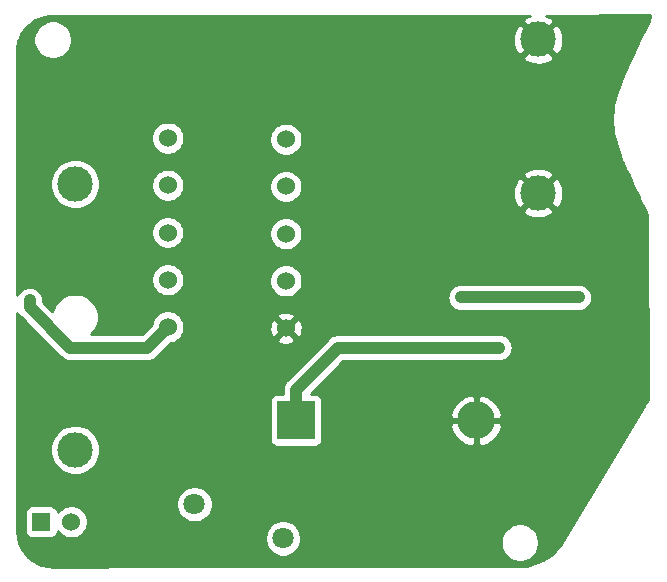
<source format=gbr>
G04 #@! TF.GenerationSoftware,KiCad,Pcbnew,(5.1.2-1)-1*
G04 #@! TF.CreationDate,2019-07-25T11:00:41+03:00*
G04 #@! TF.ProjectId,220_to_5v_charger,3232305f-746f-45f3-9576-5f6368617267,rev?*
G04 #@! TF.SameCoordinates,Original*
G04 #@! TF.FileFunction,Copper,L2,Bot*
G04 #@! TF.FilePolarity,Positive*
%FSLAX46Y46*%
G04 Gerber Fmt 4.6, Leading zero omitted, Abs format (unit mm)*
G04 Created by KiCad (PCBNEW (5.1.2-1)-1) date 2019-07-25 11:00:41*
%MOMM*%
%LPD*%
G04 APERTURE LIST*
%ADD10C,1.524000*%
%ADD11C,3.000000*%
%ADD12O,3.200000X3.200000*%
%ADD13R,3.200000X3.200000*%
%ADD14C,1.800000*%
%ADD15R,1.524000X1.524000*%
%ADD16C,0.800000*%
%ADD17C,1.000000*%
%ADD18C,0.254000*%
G04 APERTURE END LIST*
D10*
X99450000Y-97100000D03*
X99450000Y-93100000D03*
X99450000Y-89100000D03*
X99450000Y-85100000D03*
X99450000Y-81100000D03*
X89450000Y-81000000D03*
X89450000Y-85000000D03*
X89450000Y-89000000D03*
X89450000Y-93000000D03*
X89450000Y-97000000D03*
D11*
X120800000Y-85650000D03*
X120800000Y-72650000D03*
D12*
X115540000Y-104900000D03*
D13*
X100300000Y-104900000D03*
D11*
X81600000Y-107400000D03*
X81600000Y-84900000D03*
D14*
X99200000Y-114900000D03*
X91700000Y-112000000D03*
D15*
X78730000Y-113500000D03*
D10*
X81270000Y-113500000D03*
D16*
X100000000Y-78500000D03*
X101500000Y-77000000D03*
X111500000Y-77500000D03*
X109000000Y-79250000D03*
X116000000Y-110250000D03*
X116000000Y-113750000D03*
X117000000Y-112000000D03*
X107500000Y-94750000D03*
X107500000Y-101250000D03*
X114500000Y-96000000D03*
X103000000Y-83250000D03*
X111750000Y-83250000D03*
X102000000Y-116500000D03*
X104250000Y-116500000D03*
X106000000Y-116500000D03*
X108250000Y-116500000D03*
X110500000Y-116500000D03*
X113000000Y-116500000D03*
X115250000Y-116500000D03*
X117500000Y-116500000D03*
X124750000Y-71250000D03*
X127000000Y-71250000D03*
X129000000Y-71250000D03*
X128250000Y-73500000D03*
X127000000Y-76000000D03*
X126500000Y-78750000D03*
X126750000Y-81250000D03*
X127250000Y-83750000D03*
X127750000Y-85250000D03*
X128750000Y-87000000D03*
X129500000Y-88750000D03*
X114250000Y-94500000D03*
X124250000Y-94500000D03*
X117500000Y-98750000D03*
X77750000Y-94750000D03*
D17*
X114250000Y-94500000D02*
X124250000Y-94500000D01*
X103850000Y-98750000D02*
X100300000Y-102300000D01*
X100300000Y-102300000D02*
X100300000Y-104900000D01*
X117500000Y-98750000D02*
X103850000Y-98750000D01*
X77750000Y-95315685D02*
X81184315Y-98750000D01*
X77750000Y-94750000D02*
X77750000Y-95315685D01*
X87700000Y-98750000D02*
X89450000Y-97000000D01*
X81184315Y-98750000D02*
X87700000Y-98750000D01*
D18*
G36*
X130164238Y-71052673D02*
G01*
X130095759Y-71223871D01*
X129910037Y-71641746D01*
X129278009Y-72857185D01*
X129269096Y-72872470D01*
X129261922Y-72888123D01*
X129253986Y-72903384D01*
X129247407Y-72919792D01*
X128719098Y-74072467D01*
X128719096Y-74072470D01*
X128159356Y-75293722D01*
X128148930Y-75314652D01*
X128144829Y-75325416D01*
X128140033Y-75335881D01*
X128132426Y-75357975D01*
X127743585Y-76378682D01*
X127737464Y-76392392D01*
X127731175Y-76411258D01*
X127724098Y-76429836D01*
X127720155Y-76444319D01*
X127431752Y-77309529D01*
X127425237Y-77326369D01*
X127420730Y-77342593D01*
X127415406Y-77358566D01*
X127411402Y-77376174D01*
X127173142Y-78233913D01*
X127158556Y-78274232D01*
X127149229Y-78335629D01*
X127138549Y-78396829D01*
X127139560Y-78439697D01*
X127094526Y-79295351D01*
X127093925Y-79297786D01*
X127090851Y-79365173D01*
X127089149Y-79397513D01*
X127089262Y-79400000D01*
X127089149Y-79402487D01*
X127090851Y-79434827D01*
X127093925Y-79502214D01*
X127094526Y-79504649D01*
X127139753Y-80363957D01*
X127139134Y-80410485D01*
X127149775Y-80467962D01*
X127158556Y-80525768D01*
X127174387Y-80569530D01*
X127803747Y-82748084D01*
X127806351Y-82766852D01*
X127823112Y-82815119D01*
X127827573Y-82830560D01*
X127834557Y-82848077D01*
X127840734Y-82865864D01*
X127847458Y-82880432D01*
X127866391Y-82927918D01*
X127876714Y-82943821D01*
X128145392Y-83525955D01*
X128149360Y-83536326D01*
X128159993Y-83557593D01*
X128169965Y-83579198D01*
X128175588Y-83588782D01*
X128455631Y-84148871D01*
X128739441Y-84811093D01*
X128744437Y-84824869D01*
X128753172Y-84843134D01*
X128761146Y-84861739D01*
X128768209Y-84874574D01*
X129299436Y-85985321D01*
X129466312Y-86402510D01*
X129467096Y-86406473D01*
X129492266Y-86467395D01*
X129503735Y-86496069D01*
X129505583Y-86499631D01*
X129507117Y-86503343D01*
X129521663Y-86530617D01*
X129552012Y-86589100D01*
X129554535Y-86592252D01*
X129911537Y-87261629D01*
X130040476Y-87551742D01*
X130089637Y-103135875D01*
X130059103Y-103227475D01*
X129774180Y-103634508D01*
X129759390Y-103654403D01*
X129754154Y-103663117D01*
X129748345Y-103671415D01*
X129736232Y-103692940D01*
X123205372Y-114561093D01*
X123200852Y-114567460D01*
X123187410Y-114590983D01*
X123173463Y-114614193D01*
X123170118Y-114621244D01*
X122995682Y-114926508D01*
X122724615Y-115333109D01*
X122230901Y-115961474D01*
X121861344Y-116289970D01*
X121174040Y-116762492D01*
X120574621Y-116976571D01*
X119867047Y-117197688D01*
X119274687Y-117240000D01*
X89132987Y-117240000D01*
X89131119Y-117239826D01*
X89098233Y-117240000D01*
X89065123Y-117240000D01*
X89063243Y-117240185D01*
X79687446Y-117289792D01*
X79313873Y-117248284D01*
X78720924Y-117121224D01*
X78353080Y-116957737D01*
X77948989Y-116755692D01*
X77635331Y-116481240D01*
X77313850Y-116159759D01*
X77079629Y-115769392D01*
X76875814Y-115321001D01*
X76751979Y-114784382D01*
X76710000Y-114364590D01*
X76710000Y-112738000D01*
X77329928Y-112738000D01*
X77329928Y-114262000D01*
X77342188Y-114386482D01*
X77378498Y-114506180D01*
X77437463Y-114616494D01*
X77516815Y-114713185D01*
X77613506Y-114792537D01*
X77723820Y-114851502D01*
X77843518Y-114887812D01*
X77968000Y-114900072D01*
X79492000Y-114900072D01*
X79616482Y-114887812D01*
X79736180Y-114851502D01*
X79846494Y-114792537D01*
X79943185Y-114713185D01*
X80022537Y-114616494D01*
X80081502Y-114506180D01*
X80117812Y-114386482D01*
X80126080Y-114302535D01*
X80184880Y-114390535D01*
X80379465Y-114585120D01*
X80608273Y-114738005D01*
X80862510Y-114843314D01*
X81132408Y-114897000D01*
X81407592Y-114897000D01*
X81677490Y-114843314D01*
X81905627Y-114748816D01*
X97665000Y-114748816D01*
X97665000Y-115051184D01*
X97723989Y-115347743D01*
X97839701Y-115627095D01*
X98007688Y-115878505D01*
X98221495Y-116092312D01*
X98472905Y-116260299D01*
X98752257Y-116376011D01*
X99048816Y-116435000D01*
X99351184Y-116435000D01*
X99647743Y-116376011D01*
X99927095Y-116260299D01*
X100178505Y-116092312D01*
X100392312Y-115878505D01*
X100560299Y-115627095D01*
X100676011Y-115347743D01*
X100727484Y-115088967D01*
X117615000Y-115088967D01*
X117615000Y-115411033D01*
X117677832Y-115726912D01*
X117801082Y-116024463D01*
X117980013Y-116292252D01*
X118207748Y-116519987D01*
X118475537Y-116698918D01*
X118773088Y-116822168D01*
X119088967Y-116885000D01*
X119411033Y-116885000D01*
X119726912Y-116822168D01*
X120024463Y-116698918D01*
X120292252Y-116519987D01*
X120519987Y-116292252D01*
X120698918Y-116024463D01*
X120822168Y-115726912D01*
X120885000Y-115411033D01*
X120885000Y-115088967D01*
X120822168Y-114773088D01*
X120698918Y-114475537D01*
X120519987Y-114207748D01*
X120292252Y-113980013D01*
X120024463Y-113801082D01*
X119726912Y-113677832D01*
X119411033Y-113615000D01*
X119088967Y-113615000D01*
X118773088Y-113677832D01*
X118475537Y-113801082D01*
X118207748Y-113980013D01*
X117980013Y-114207748D01*
X117801082Y-114475537D01*
X117677832Y-114773088D01*
X117615000Y-115088967D01*
X100727484Y-115088967D01*
X100735000Y-115051184D01*
X100735000Y-114748816D01*
X100676011Y-114452257D01*
X100560299Y-114172905D01*
X100392312Y-113921495D01*
X100178505Y-113707688D01*
X99927095Y-113539701D01*
X99647743Y-113423989D01*
X99351184Y-113365000D01*
X99048816Y-113365000D01*
X98752257Y-113423989D01*
X98472905Y-113539701D01*
X98221495Y-113707688D01*
X98007688Y-113921495D01*
X97839701Y-114172905D01*
X97723989Y-114452257D01*
X97665000Y-114748816D01*
X81905627Y-114748816D01*
X81931727Y-114738005D01*
X82160535Y-114585120D01*
X82355120Y-114390535D01*
X82508005Y-114161727D01*
X82613314Y-113907490D01*
X82667000Y-113637592D01*
X82667000Y-113362408D01*
X82613314Y-113092510D01*
X82508005Y-112838273D01*
X82355120Y-112609465D01*
X82160535Y-112414880D01*
X81931727Y-112261995D01*
X81677490Y-112156686D01*
X81407592Y-112103000D01*
X81132408Y-112103000D01*
X80862510Y-112156686D01*
X80608273Y-112261995D01*
X80379465Y-112414880D01*
X80184880Y-112609465D01*
X80126080Y-112697465D01*
X80117812Y-112613518D01*
X80081502Y-112493820D01*
X80022537Y-112383506D01*
X79943185Y-112286815D01*
X79846494Y-112207463D01*
X79736180Y-112148498D01*
X79616482Y-112112188D01*
X79492000Y-112099928D01*
X77968000Y-112099928D01*
X77843518Y-112112188D01*
X77723820Y-112148498D01*
X77613506Y-112207463D01*
X77516815Y-112286815D01*
X77437463Y-112383506D01*
X77378498Y-112493820D01*
X77342188Y-112613518D01*
X77329928Y-112738000D01*
X76710000Y-112738000D01*
X76710000Y-111848816D01*
X90165000Y-111848816D01*
X90165000Y-112151184D01*
X90223989Y-112447743D01*
X90339701Y-112727095D01*
X90507688Y-112978505D01*
X90721495Y-113192312D01*
X90972905Y-113360299D01*
X91252257Y-113476011D01*
X91548816Y-113535000D01*
X91851184Y-113535000D01*
X92147743Y-113476011D01*
X92427095Y-113360299D01*
X92678505Y-113192312D01*
X92892312Y-112978505D01*
X93060299Y-112727095D01*
X93176011Y-112447743D01*
X93235000Y-112151184D01*
X93235000Y-111848816D01*
X93176011Y-111552257D01*
X93060299Y-111272905D01*
X92892312Y-111021495D01*
X92678505Y-110807688D01*
X92427095Y-110639701D01*
X92147743Y-110523989D01*
X91851184Y-110465000D01*
X91548816Y-110465000D01*
X91252257Y-110523989D01*
X90972905Y-110639701D01*
X90721495Y-110807688D01*
X90507688Y-111021495D01*
X90339701Y-111272905D01*
X90223989Y-111552257D01*
X90165000Y-111848816D01*
X76710000Y-111848816D01*
X76710000Y-107189721D01*
X79465000Y-107189721D01*
X79465000Y-107610279D01*
X79547047Y-108022756D01*
X79707988Y-108411302D01*
X79941637Y-108760983D01*
X80239017Y-109058363D01*
X80588698Y-109292012D01*
X80977244Y-109452953D01*
X81389721Y-109535000D01*
X81810279Y-109535000D01*
X82222756Y-109452953D01*
X82611302Y-109292012D01*
X82960983Y-109058363D01*
X83258363Y-108760983D01*
X83492012Y-108411302D01*
X83652953Y-108022756D01*
X83735000Y-107610279D01*
X83735000Y-107189721D01*
X83652953Y-106777244D01*
X83492012Y-106388698D01*
X83258363Y-106039017D01*
X82960983Y-105741637D01*
X82611302Y-105507988D01*
X82222756Y-105347047D01*
X81810279Y-105265000D01*
X81389721Y-105265000D01*
X80977244Y-105347047D01*
X80588698Y-105507988D01*
X80239017Y-105741637D01*
X79941637Y-106039017D01*
X79707988Y-106388698D01*
X79547047Y-106777244D01*
X79465000Y-107189721D01*
X76710000Y-107189721D01*
X76710000Y-103300000D01*
X98061928Y-103300000D01*
X98061928Y-106500000D01*
X98074188Y-106624482D01*
X98110498Y-106744180D01*
X98169463Y-106854494D01*
X98248815Y-106951185D01*
X98345506Y-107030537D01*
X98455820Y-107089502D01*
X98575518Y-107125812D01*
X98700000Y-107138072D01*
X101900000Y-107138072D01*
X102024482Y-107125812D01*
X102144180Y-107089502D01*
X102254494Y-107030537D01*
X102351185Y-106951185D01*
X102430537Y-106854494D01*
X102489502Y-106744180D01*
X102525812Y-106624482D01*
X102538072Y-106500000D01*
X102538072Y-105374503D01*
X113355950Y-105374503D01*
X113460407Y-105718861D01*
X113660118Y-106108835D01*
X113932071Y-106452354D01*
X114265816Y-106736217D01*
X114648527Y-106949516D01*
X115065497Y-107084053D01*
X115413000Y-106972642D01*
X115413000Y-105027000D01*
X115667000Y-105027000D01*
X115667000Y-106972642D01*
X116014503Y-107084053D01*
X116431473Y-106949516D01*
X116814184Y-106736217D01*
X117147929Y-106452354D01*
X117419882Y-106108835D01*
X117619593Y-105718861D01*
X117724050Y-105374503D01*
X117612362Y-105027000D01*
X115667000Y-105027000D01*
X115413000Y-105027000D01*
X113467638Y-105027000D01*
X113355950Y-105374503D01*
X102538072Y-105374503D01*
X102538072Y-104425497D01*
X113355950Y-104425497D01*
X113467638Y-104773000D01*
X115413000Y-104773000D01*
X115413000Y-102827358D01*
X115667000Y-102827358D01*
X115667000Y-104773000D01*
X117612362Y-104773000D01*
X117724050Y-104425497D01*
X117619593Y-104081139D01*
X117419882Y-103691165D01*
X117147929Y-103347646D01*
X116814184Y-103063783D01*
X116431473Y-102850484D01*
X116014503Y-102715947D01*
X115667000Y-102827358D01*
X115413000Y-102827358D01*
X115065497Y-102715947D01*
X114648527Y-102850484D01*
X114265816Y-103063783D01*
X113932071Y-103347646D01*
X113660118Y-103691165D01*
X113460407Y-104081139D01*
X113355950Y-104425497D01*
X102538072Y-104425497D01*
X102538072Y-103300000D01*
X102525812Y-103175518D01*
X102489502Y-103055820D01*
X102430537Y-102945506D01*
X102351185Y-102848815D01*
X102254494Y-102769463D01*
X102144180Y-102710498D01*
X102024482Y-102674188D01*
X101900000Y-102661928D01*
X101543203Y-102661928D01*
X104320132Y-99885000D01*
X117555752Y-99885000D01*
X117722499Y-99868577D01*
X117936447Y-99803676D01*
X118133623Y-99698284D01*
X118306449Y-99556449D01*
X118448284Y-99383623D01*
X118553676Y-99186447D01*
X118618577Y-98972499D01*
X118640491Y-98750000D01*
X118618577Y-98527501D01*
X118553676Y-98313553D01*
X118448284Y-98116377D01*
X118306449Y-97943551D01*
X118133623Y-97801716D01*
X117936447Y-97696324D01*
X117722499Y-97631423D01*
X117555752Y-97615000D01*
X103905751Y-97615000D01*
X103849999Y-97609509D01*
X103627500Y-97631423D01*
X103577705Y-97646529D01*
X103413553Y-97696324D01*
X103216377Y-97801716D01*
X103043551Y-97943551D01*
X103008011Y-97986857D01*
X99536865Y-101458004D01*
X99493551Y-101493551D01*
X99351716Y-101666377D01*
X99246325Y-101863553D01*
X99246324Y-101863554D01*
X99181423Y-102077502D01*
X99159509Y-102300000D01*
X99165000Y-102355752D01*
X99165000Y-102661928D01*
X98700000Y-102661928D01*
X98575518Y-102674188D01*
X98455820Y-102710498D01*
X98345506Y-102769463D01*
X98248815Y-102848815D01*
X98169463Y-102945506D01*
X98110498Y-103055820D01*
X98074188Y-103175518D01*
X98061928Y-103300000D01*
X76710000Y-103300000D01*
X76710000Y-95777718D01*
X76801717Y-95949308D01*
X76943552Y-96122134D01*
X76986860Y-96157676D01*
X80342324Y-99513141D01*
X80377866Y-99556449D01*
X80512822Y-99667205D01*
X80550692Y-99698284D01*
X80747868Y-99803676D01*
X80961816Y-99868577D01*
X81184315Y-99890491D01*
X81240067Y-99885000D01*
X87644249Y-99885000D01*
X87700000Y-99890491D01*
X87755751Y-99885000D01*
X87755752Y-99885000D01*
X87922499Y-99868577D01*
X88136447Y-99803676D01*
X88333623Y-99698284D01*
X88506449Y-99556449D01*
X88541995Y-99513136D01*
X89675648Y-98379485D01*
X89857490Y-98343314D01*
X90111727Y-98238005D01*
X90340535Y-98085120D01*
X90360090Y-98065565D01*
X98664040Y-98065565D01*
X98731020Y-98305656D01*
X98980048Y-98422756D01*
X99247135Y-98489023D01*
X99522017Y-98501910D01*
X99794133Y-98460922D01*
X100053023Y-98367636D01*
X100168980Y-98305656D01*
X100235960Y-98065565D01*
X99450000Y-97279605D01*
X98664040Y-98065565D01*
X90360090Y-98065565D01*
X90535120Y-97890535D01*
X90688005Y-97661727D01*
X90793314Y-97407490D01*
X90840152Y-97172017D01*
X98048090Y-97172017D01*
X98089078Y-97444133D01*
X98182364Y-97703023D01*
X98244344Y-97818980D01*
X98484435Y-97885960D01*
X99270395Y-97100000D01*
X99629605Y-97100000D01*
X100415565Y-97885960D01*
X100655656Y-97818980D01*
X100772756Y-97569952D01*
X100839023Y-97302865D01*
X100851910Y-97027983D01*
X100810922Y-96755867D01*
X100717636Y-96496977D01*
X100655656Y-96381020D01*
X100415565Y-96314040D01*
X99629605Y-97100000D01*
X99270395Y-97100000D01*
X98484435Y-96314040D01*
X98244344Y-96381020D01*
X98127244Y-96630048D01*
X98060977Y-96897135D01*
X98048090Y-97172017D01*
X90840152Y-97172017D01*
X90847000Y-97137592D01*
X90847000Y-96862408D01*
X90793314Y-96592510D01*
X90688005Y-96338273D01*
X90551805Y-96134435D01*
X98664040Y-96134435D01*
X99450000Y-96920395D01*
X100235960Y-96134435D01*
X100168980Y-95894344D01*
X99919952Y-95777244D01*
X99652865Y-95710977D01*
X99377983Y-95698090D01*
X99105867Y-95739078D01*
X98846977Y-95832364D01*
X98731020Y-95894344D01*
X98664040Y-96134435D01*
X90551805Y-96134435D01*
X90535120Y-96109465D01*
X90340535Y-95914880D01*
X90111727Y-95761995D01*
X89857490Y-95656686D01*
X89587592Y-95603000D01*
X89312408Y-95603000D01*
X89042510Y-95656686D01*
X88788273Y-95761995D01*
X88559465Y-95914880D01*
X88364880Y-96109465D01*
X88211995Y-96338273D01*
X88106686Y-96592510D01*
X88070515Y-96774352D01*
X87229869Y-97615000D01*
X82942215Y-97615000D01*
X83141851Y-97415364D01*
X83359085Y-97090250D01*
X83508718Y-96729003D01*
X83585000Y-96345505D01*
X83585000Y-95954495D01*
X83508718Y-95570997D01*
X83359085Y-95209750D01*
X83141851Y-94884636D01*
X82865364Y-94608149D01*
X82703508Y-94500000D01*
X113109509Y-94500000D01*
X113131423Y-94722499D01*
X113196324Y-94936447D01*
X113301716Y-95133623D01*
X113443551Y-95306449D01*
X113616377Y-95448284D01*
X113813553Y-95553676D01*
X114027501Y-95618577D01*
X114194248Y-95635000D01*
X124305752Y-95635000D01*
X124472499Y-95618577D01*
X124686447Y-95553676D01*
X124883623Y-95448284D01*
X125056449Y-95306449D01*
X125198284Y-95133623D01*
X125303676Y-94936447D01*
X125368577Y-94722499D01*
X125390491Y-94500000D01*
X125368577Y-94277501D01*
X125303676Y-94063553D01*
X125198284Y-93866377D01*
X125056449Y-93693551D01*
X124883623Y-93551716D01*
X124686447Y-93446324D01*
X124472499Y-93381423D01*
X124305752Y-93365000D01*
X114194248Y-93365000D01*
X114027501Y-93381423D01*
X113813553Y-93446324D01*
X113616377Y-93551716D01*
X113443551Y-93693551D01*
X113301716Y-93866377D01*
X113196324Y-94063553D01*
X113131423Y-94277501D01*
X113109509Y-94500000D01*
X82703508Y-94500000D01*
X82540250Y-94390915D01*
X82179003Y-94241282D01*
X81795505Y-94165000D01*
X81404495Y-94165000D01*
X81020997Y-94241282D01*
X80659750Y-94390915D01*
X80334636Y-94608149D01*
X80058149Y-94884636D01*
X79840915Y-95209750D01*
X79691282Y-95570997D01*
X79677870Y-95638424D01*
X78885000Y-94845554D01*
X78885000Y-94694248D01*
X78868577Y-94527501D01*
X78803676Y-94313553D01*
X78698284Y-94116377D01*
X78556449Y-93943551D01*
X78383623Y-93801716D01*
X78186446Y-93696324D01*
X77972498Y-93631423D01*
X77750000Y-93609509D01*
X77527501Y-93631423D01*
X77313553Y-93696324D01*
X77116377Y-93801716D01*
X76943551Y-93943551D01*
X76801716Y-94116377D01*
X76710000Y-94287968D01*
X76710000Y-92862408D01*
X88053000Y-92862408D01*
X88053000Y-93137592D01*
X88106686Y-93407490D01*
X88211995Y-93661727D01*
X88364880Y-93890535D01*
X88559465Y-94085120D01*
X88788273Y-94238005D01*
X89042510Y-94343314D01*
X89312408Y-94397000D01*
X89587592Y-94397000D01*
X89857490Y-94343314D01*
X90111727Y-94238005D01*
X90340535Y-94085120D01*
X90535120Y-93890535D01*
X90688005Y-93661727D01*
X90793314Y-93407490D01*
X90847000Y-93137592D01*
X90847000Y-92962408D01*
X98053000Y-92962408D01*
X98053000Y-93237592D01*
X98106686Y-93507490D01*
X98211995Y-93761727D01*
X98364880Y-93990535D01*
X98559465Y-94185120D01*
X98788273Y-94338005D01*
X99042510Y-94443314D01*
X99312408Y-94497000D01*
X99587592Y-94497000D01*
X99857490Y-94443314D01*
X100111727Y-94338005D01*
X100340535Y-94185120D01*
X100535120Y-93990535D01*
X100688005Y-93761727D01*
X100793314Y-93507490D01*
X100847000Y-93237592D01*
X100847000Y-92962408D01*
X100793314Y-92692510D01*
X100688005Y-92438273D01*
X100535120Y-92209465D01*
X100340535Y-92014880D01*
X100111727Y-91861995D01*
X99857490Y-91756686D01*
X99587592Y-91703000D01*
X99312408Y-91703000D01*
X99042510Y-91756686D01*
X98788273Y-91861995D01*
X98559465Y-92014880D01*
X98364880Y-92209465D01*
X98211995Y-92438273D01*
X98106686Y-92692510D01*
X98053000Y-92962408D01*
X90847000Y-92962408D01*
X90847000Y-92862408D01*
X90793314Y-92592510D01*
X90688005Y-92338273D01*
X90535120Y-92109465D01*
X90340535Y-91914880D01*
X90111727Y-91761995D01*
X89857490Y-91656686D01*
X89587592Y-91603000D01*
X89312408Y-91603000D01*
X89042510Y-91656686D01*
X88788273Y-91761995D01*
X88559465Y-91914880D01*
X88364880Y-92109465D01*
X88211995Y-92338273D01*
X88106686Y-92592510D01*
X88053000Y-92862408D01*
X76710000Y-92862408D01*
X76710000Y-88862408D01*
X88053000Y-88862408D01*
X88053000Y-89137592D01*
X88106686Y-89407490D01*
X88211995Y-89661727D01*
X88364880Y-89890535D01*
X88559465Y-90085120D01*
X88788273Y-90238005D01*
X89042510Y-90343314D01*
X89312408Y-90397000D01*
X89587592Y-90397000D01*
X89857490Y-90343314D01*
X90111727Y-90238005D01*
X90340535Y-90085120D01*
X90535120Y-89890535D01*
X90688005Y-89661727D01*
X90793314Y-89407490D01*
X90847000Y-89137592D01*
X90847000Y-88962408D01*
X98053000Y-88962408D01*
X98053000Y-89237592D01*
X98106686Y-89507490D01*
X98211995Y-89761727D01*
X98364880Y-89990535D01*
X98559465Y-90185120D01*
X98788273Y-90338005D01*
X99042510Y-90443314D01*
X99312408Y-90497000D01*
X99587592Y-90497000D01*
X99857490Y-90443314D01*
X100111727Y-90338005D01*
X100340535Y-90185120D01*
X100535120Y-89990535D01*
X100688005Y-89761727D01*
X100793314Y-89507490D01*
X100847000Y-89237592D01*
X100847000Y-88962408D01*
X100793314Y-88692510D01*
X100688005Y-88438273D01*
X100535120Y-88209465D01*
X100340535Y-88014880D01*
X100111727Y-87861995D01*
X99857490Y-87756686D01*
X99587592Y-87703000D01*
X99312408Y-87703000D01*
X99042510Y-87756686D01*
X98788273Y-87861995D01*
X98559465Y-88014880D01*
X98364880Y-88209465D01*
X98211995Y-88438273D01*
X98106686Y-88692510D01*
X98053000Y-88962408D01*
X90847000Y-88962408D01*
X90847000Y-88862408D01*
X90793314Y-88592510D01*
X90688005Y-88338273D01*
X90535120Y-88109465D01*
X90340535Y-87914880D01*
X90111727Y-87761995D01*
X89857490Y-87656686D01*
X89587592Y-87603000D01*
X89312408Y-87603000D01*
X89042510Y-87656686D01*
X88788273Y-87761995D01*
X88559465Y-87914880D01*
X88364880Y-88109465D01*
X88211995Y-88338273D01*
X88106686Y-88592510D01*
X88053000Y-88862408D01*
X76710000Y-88862408D01*
X76710000Y-87141653D01*
X119487952Y-87141653D01*
X119643962Y-87457214D01*
X120018745Y-87648020D01*
X120423551Y-87762044D01*
X120842824Y-87794902D01*
X121260451Y-87745334D01*
X121660383Y-87615243D01*
X121956038Y-87457214D01*
X122112048Y-87141653D01*
X120800000Y-85829605D01*
X119487952Y-87141653D01*
X76710000Y-87141653D01*
X76710000Y-84689721D01*
X79465000Y-84689721D01*
X79465000Y-85110279D01*
X79547047Y-85522756D01*
X79707988Y-85911302D01*
X79941637Y-86260983D01*
X80239017Y-86558363D01*
X80588698Y-86792012D01*
X80977244Y-86952953D01*
X81389721Y-87035000D01*
X81810279Y-87035000D01*
X82222756Y-86952953D01*
X82611302Y-86792012D01*
X82960983Y-86558363D01*
X83258363Y-86260983D01*
X83492012Y-85911302D01*
X83652953Y-85522756D01*
X83735000Y-85110279D01*
X83735000Y-84862408D01*
X88053000Y-84862408D01*
X88053000Y-85137592D01*
X88106686Y-85407490D01*
X88211995Y-85661727D01*
X88364880Y-85890535D01*
X88559465Y-86085120D01*
X88788273Y-86238005D01*
X89042510Y-86343314D01*
X89312408Y-86397000D01*
X89587592Y-86397000D01*
X89857490Y-86343314D01*
X90111727Y-86238005D01*
X90340535Y-86085120D01*
X90535120Y-85890535D01*
X90688005Y-85661727D01*
X90793314Y-85407490D01*
X90847000Y-85137592D01*
X90847000Y-84962408D01*
X98053000Y-84962408D01*
X98053000Y-85237592D01*
X98106686Y-85507490D01*
X98211995Y-85761727D01*
X98364880Y-85990535D01*
X98559465Y-86185120D01*
X98788273Y-86338005D01*
X99042510Y-86443314D01*
X99312408Y-86497000D01*
X99587592Y-86497000D01*
X99857490Y-86443314D01*
X100111727Y-86338005D01*
X100340535Y-86185120D01*
X100535120Y-85990535D01*
X100688005Y-85761727D01*
X100716545Y-85692824D01*
X118655098Y-85692824D01*
X118704666Y-86110451D01*
X118834757Y-86510383D01*
X118992786Y-86806038D01*
X119308347Y-86962048D01*
X120620395Y-85650000D01*
X120979605Y-85650000D01*
X122291653Y-86962048D01*
X122607214Y-86806038D01*
X122798020Y-86431255D01*
X122912044Y-86026449D01*
X122944902Y-85607176D01*
X122895334Y-85189549D01*
X122765243Y-84789617D01*
X122607214Y-84493962D01*
X122291653Y-84337952D01*
X120979605Y-85650000D01*
X120620395Y-85650000D01*
X119308347Y-84337952D01*
X118992786Y-84493962D01*
X118801980Y-84868745D01*
X118687956Y-85273551D01*
X118655098Y-85692824D01*
X100716545Y-85692824D01*
X100793314Y-85507490D01*
X100847000Y-85237592D01*
X100847000Y-84962408D01*
X100793314Y-84692510D01*
X100688005Y-84438273D01*
X100535120Y-84209465D01*
X100484002Y-84158347D01*
X119487952Y-84158347D01*
X120800000Y-85470395D01*
X122112048Y-84158347D01*
X121956038Y-83842786D01*
X121581255Y-83651980D01*
X121176449Y-83537956D01*
X120757176Y-83505098D01*
X120339549Y-83554666D01*
X119939617Y-83684757D01*
X119643962Y-83842786D01*
X119487952Y-84158347D01*
X100484002Y-84158347D01*
X100340535Y-84014880D01*
X100111727Y-83861995D01*
X99857490Y-83756686D01*
X99587592Y-83703000D01*
X99312408Y-83703000D01*
X99042510Y-83756686D01*
X98788273Y-83861995D01*
X98559465Y-84014880D01*
X98364880Y-84209465D01*
X98211995Y-84438273D01*
X98106686Y-84692510D01*
X98053000Y-84962408D01*
X90847000Y-84962408D01*
X90847000Y-84862408D01*
X90793314Y-84592510D01*
X90688005Y-84338273D01*
X90535120Y-84109465D01*
X90340535Y-83914880D01*
X90111727Y-83761995D01*
X89857490Y-83656686D01*
X89587592Y-83603000D01*
X89312408Y-83603000D01*
X89042510Y-83656686D01*
X88788273Y-83761995D01*
X88559465Y-83914880D01*
X88364880Y-84109465D01*
X88211995Y-84338273D01*
X88106686Y-84592510D01*
X88053000Y-84862408D01*
X83735000Y-84862408D01*
X83735000Y-84689721D01*
X83652953Y-84277244D01*
X83492012Y-83888698D01*
X83258363Y-83539017D01*
X82960983Y-83241637D01*
X82611302Y-83007988D01*
X82222756Y-82847047D01*
X81810279Y-82765000D01*
X81389721Y-82765000D01*
X80977244Y-82847047D01*
X80588698Y-83007988D01*
X80239017Y-83241637D01*
X79941637Y-83539017D01*
X79707988Y-83888698D01*
X79547047Y-84277244D01*
X79465000Y-84689721D01*
X76710000Y-84689721D01*
X76710000Y-80862408D01*
X88053000Y-80862408D01*
X88053000Y-81137592D01*
X88106686Y-81407490D01*
X88211995Y-81661727D01*
X88364880Y-81890535D01*
X88559465Y-82085120D01*
X88788273Y-82238005D01*
X89042510Y-82343314D01*
X89312408Y-82397000D01*
X89587592Y-82397000D01*
X89857490Y-82343314D01*
X90111727Y-82238005D01*
X90340535Y-82085120D01*
X90535120Y-81890535D01*
X90688005Y-81661727D01*
X90793314Y-81407490D01*
X90847000Y-81137592D01*
X90847000Y-80962408D01*
X98053000Y-80962408D01*
X98053000Y-81237592D01*
X98106686Y-81507490D01*
X98211995Y-81761727D01*
X98364880Y-81990535D01*
X98559465Y-82185120D01*
X98788273Y-82338005D01*
X99042510Y-82443314D01*
X99312408Y-82497000D01*
X99587592Y-82497000D01*
X99857490Y-82443314D01*
X100111727Y-82338005D01*
X100340535Y-82185120D01*
X100535120Y-81990535D01*
X100688005Y-81761727D01*
X100793314Y-81507490D01*
X100847000Y-81237592D01*
X100847000Y-80962408D01*
X100793314Y-80692510D01*
X100688005Y-80438273D01*
X100535120Y-80209465D01*
X100340535Y-80014880D01*
X100111727Y-79861995D01*
X99857490Y-79756686D01*
X99587592Y-79703000D01*
X99312408Y-79703000D01*
X99042510Y-79756686D01*
X98788273Y-79861995D01*
X98559465Y-80014880D01*
X98364880Y-80209465D01*
X98211995Y-80438273D01*
X98106686Y-80692510D01*
X98053000Y-80962408D01*
X90847000Y-80962408D01*
X90847000Y-80862408D01*
X90793314Y-80592510D01*
X90688005Y-80338273D01*
X90535120Y-80109465D01*
X90340535Y-79914880D01*
X90111727Y-79761995D01*
X89857490Y-79656686D01*
X89587592Y-79603000D01*
X89312408Y-79603000D01*
X89042510Y-79656686D01*
X88788273Y-79761995D01*
X88559465Y-79914880D01*
X88364880Y-80109465D01*
X88211995Y-80338273D01*
X88106686Y-80592510D01*
X88053000Y-80862408D01*
X76710000Y-80862408D01*
X76710000Y-73444200D01*
X76792083Y-72787538D01*
X76909327Y-72513968D01*
X78065001Y-72513968D01*
X78065001Y-72836034D01*
X78127833Y-73151913D01*
X78251083Y-73449464D01*
X78430014Y-73717253D01*
X78657749Y-73944988D01*
X78925538Y-74123919D01*
X79223089Y-74247169D01*
X79538968Y-74310001D01*
X79861034Y-74310001D01*
X80176913Y-74247169D01*
X80431650Y-74141653D01*
X119487952Y-74141653D01*
X119643962Y-74457214D01*
X120018745Y-74648020D01*
X120423551Y-74762044D01*
X120842824Y-74794902D01*
X121260451Y-74745334D01*
X121660383Y-74615243D01*
X121956038Y-74457214D01*
X122112048Y-74141653D01*
X120800000Y-72829605D01*
X119487952Y-74141653D01*
X80431650Y-74141653D01*
X80474464Y-74123919D01*
X80742253Y-73944988D01*
X80969988Y-73717253D01*
X81148919Y-73449464D01*
X81272169Y-73151913D01*
X81335001Y-72836034D01*
X81335001Y-72692824D01*
X118655098Y-72692824D01*
X118704666Y-73110451D01*
X118834757Y-73510383D01*
X118992786Y-73806038D01*
X119308347Y-73962048D01*
X120620395Y-72650000D01*
X120979605Y-72650000D01*
X122291653Y-73962048D01*
X122607214Y-73806038D01*
X122798020Y-73431255D01*
X122912044Y-73026449D01*
X122944902Y-72607176D01*
X122895334Y-72189549D01*
X122765243Y-71789617D01*
X122607214Y-71493962D01*
X122291653Y-71337952D01*
X120979605Y-72650000D01*
X120620395Y-72650000D01*
X119308347Y-71337952D01*
X118992786Y-71493962D01*
X118801980Y-71868745D01*
X118687956Y-72273551D01*
X118655098Y-72692824D01*
X81335001Y-72692824D01*
X81335001Y-72513968D01*
X81272169Y-72198089D01*
X81148919Y-71900538D01*
X80969988Y-71632749D01*
X80742253Y-71405014D01*
X80474464Y-71226083D01*
X80176913Y-71102833D01*
X79861034Y-71040001D01*
X79538968Y-71040001D01*
X79223089Y-71102833D01*
X78925538Y-71226083D01*
X78657749Y-71405014D01*
X78430014Y-71632749D01*
X78251083Y-71900538D01*
X78127833Y-72198089D01*
X78065001Y-72513968D01*
X76909327Y-72513968D01*
X77033613Y-72223969D01*
X77263850Y-71840241D01*
X77526708Y-71577383D01*
X77660494Y-71443596D01*
X78225803Y-71039804D01*
X78971674Y-70791181D01*
X79458755Y-70710000D01*
X82165871Y-70710000D01*
X82166597Y-70710070D01*
X82200337Y-70710000D01*
X82234877Y-70710000D01*
X82235620Y-70709927D01*
X120103764Y-70631363D01*
X119939617Y-70684757D01*
X119643962Y-70842786D01*
X119487952Y-71158347D01*
X120800000Y-72470395D01*
X122112048Y-71158347D01*
X121956038Y-70842786D01*
X121581255Y-70651980D01*
X121497792Y-70628471D01*
X130244665Y-70610324D01*
X130164238Y-71052673D01*
X130164238Y-71052673D01*
G37*
X130164238Y-71052673D02*
X130095759Y-71223871D01*
X129910037Y-71641746D01*
X129278009Y-72857185D01*
X129269096Y-72872470D01*
X129261922Y-72888123D01*
X129253986Y-72903384D01*
X129247407Y-72919792D01*
X128719098Y-74072467D01*
X128719096Y-74072470D01*
X128159356Y-75293722D01*
X128148930Y-75314652D01*
X128144829Y-75325416D01*
X128140033Y-75335881D01*
X128132426Y-75357975D01*
X127743585Y-76378682D01*
X127737464Y-76392392D01*
X127731175Y-76411258D01*
X127724098Y-76429836D01*
X127720155Y-76444319D01*
X127431752Y-77309529D01*
X127425237Y-77326369D01*
X127420730Y-77342593D01*
X127415406Y-77358566D01*
X127411402Y-77376174D01*
X127173142Y-78233913D01*
X127158556Y-78274232D01*
X127149229Y-78335629D01*
X127138549Y-78396829D01*
X127139560Y-78439697D01*
X127094526Y-79295351D01*
X127093925Y-79297786D01*
X127090851Y-79365173D01*
X127089149Y-79397513D01*
X127089262Y-79400000D01*
X127089149Y-79402487D01*
X127090851Y-79434827D01*
X127093925Y-79502214D01*
X127094526Y-79504649D01*
X127139753Y-80363957D01*
X127139134Y-80410485D01*
X127149775Y-80467962D01*
X127158556Y-80525768D01*
X127174387Y-80569530D01*
X127803747Y-82748084D01*
X127806351Y-82766852D01*
X127823112Y-82815119D01*
X127827573Y-82830560D01*
X127834557Y-82848077D01*
X127840734Y-82865864D01*
X127847458Y-82880432D01*
X127866391Y-82927918D01*
X127876714Y-82943821D01*
X128145392Y-83525955D01*
X128149360Y-83536326D01*
X128159993Y-83557593D01*
X128169965Y-83579198D01*
X128175588Y-83588782D01*
X128455631Y-84148871D01*
X128739441Y-84811093D01*
X128744437Y-84824869D01*
X128753172Y-84843134D01*
X128761146Y-84861739D01*
X128768209Y-84874574D01*
X129299436Y-85985321D01*
X129466312Y-86402510D01*
X129467096Y-86406473D01*
X129492266Y-86467395D01*
X129503735Y-86496069D01*
X129505583Y-86499631D01*
X129507117Y-86503343D01*
X129521663Y-86530617D01*
X129552012Y-86589100D01*
X129554535Y-86592252D01*
X129911537Y-87261629D01*
X130040476Y-87551742D01*
X130089637Y-103135875D01*
X130059103Y-103227475D01*
X129774180Y-103634508D01*
X129759390Y-103654403D01*
X129754154Y-103663117D01*
X129748345Y-103671415D01*
X129736232Y-103692940D01*
X123205372Y-114561093D01*
X123200852Y-114567460D01*
X123187410Y-114590983D01*
X123173463Y-114614193D01*
X123170118Y-114621244D01*
X122995682Y-114926508D01*
X122724615Y-115333109D01*
X122230901Y-115961474D01*
X121861344Y-116289970D01*
X121174040Y-116762492D01*
X120574621Y-116976571D01*
X119867047Y-117197688D01*
X119274687Y-117240000D01*
X89132987Y-117240000D01*
X89131119Y-117239826D01*
X89098233Y-117240000D01*
X89065123Y-117240000D01*
X89063243Y-117240185D01*
X79687446Y-117289792D01*
X79313873Y-117248284D01*
X78720924Y-117121224D01*
X78353080Y-116957737D01*
X77948989Y-116755692D01*
X77635331Y-116481240D01*
X77313850Y-116159759D01*
X77079629Y-115769392D01*
X76875814Y-115321001D01*
X76751979Y-114784382D01*
X76710000Y-114364590D01*
X76710000Y-112738000D01*
X77329928Y-112738000D01*
X77329928Y-114262000D01*
X77342188Y-114386482D01*
X77378498Y-114506180D01*
X77437463Y-114616494D01*
X77516815Y-114713185D01*
X77613506Y-114792537D01*
X77723820Y-114851502D01*
X77843518Y-114887812D01*
X77968000Y-114900072D01*
X79492000Y-114900072D01*
X79616482Y-114887812D01*
X79736180Y-114851502D01*
X79846494Y-114792537D01*
X79943185Y-114713185D01*
X80022537Y-114616494D01*
X80081502Y-114506180D01*
X80117812Y-114386482D01*
X80126080Y-114302535D01*
X80184880Y-114390535D01*
X80379465Y-114585120D01*
X80608273Y-114738005D01*
X80862510Y-114843314D01*
X81132408Y-114897000D01*
X81407592Y-114897000D01*
X81677490Y-114843314D01*
X81905627Y-114748816D01*
X97665000Y-114748816D01*
X97665000Y-115051184D01*
X97723989Y-115347743D01*
X97839701Y-115627095D01*
X98007688Y-115878505D01*
X98221495Y-116092312D01*
X98472905Y-116260299D01*
X98752257Y-116376011D01*
X99048816Y-116435000D01*
X99351184Y-116435000D01*
X99647743Y-116376011D01*
X99927095Y-116260299D01*
X100178505Y-116092312D01*
X100392312Y-115878505D01*
X100560299Y-115627095D01*
X100676011Y-115347743D01*
X100727484Y-115088967D01*
X117615000Y-115088967D01*
X117615000Y-115411033D01*
X117677832Y-115726912D01*
X117801082Y-116024463D01*
X117980013Y-116292252D01*
X118207748Y-116519987D01*
X118475537Y-116698918D01*
X118773088Y-116822168D01*
X119088967Y-116885000D01*
X119411033Y-116885000D01*
X119726912Y-116822168D01*
X120024463Y-116698918D01*
X120292252Y-116519987D01*
X120519987Y-116292252D01*
X120698918Y-116024463D01*
X120822168Y-115726912D01*
X120885000Y-115411033D01*
X120885000Y-115088967D01*
X120822168Y-114773088D01*
X120698918Y-114475537D01*
X120519987Y-114207748D01*
X120292252Y-113980013D01*
X120024463Y-113801082D01*
X119726912Y-113677832D01*
X119411033Y-113615000D01*
X119088967Y-113615000D01*
X118773088Y-113677832D01*
X118475537Y-113801082D01*
X118207748Y-113980013D01*
X117980013Y-114207748D01*
X117801082Y-114475537D01*
X117677832Y-114773088D01*
X117615000Y-115088967D01*
X100727484Y-115088967D01*
X100735000Y-115051184D01*
X100735000Y-114748816D01*
X100676011Y-114452257D01*
X100560299Y-114172905D01*
X100392312Y-113921495D01*
X100178505Y-113707688D01*
X99927095Y-113539701D01*
X99647743Y-113423989D01*
X99351184Y-113365000D01*
X99048816Y-113365000D01*
X98752257Y-113423989D01*
X98472905Y-113539701D01*
X98221495Y-113707688D01*
X98007688Y-113921495D01*
X97839701Y-114172905D01*
X97723989Y-114452257D01*
X97665000Y-114748816D01*
X81905627Y-114748816D01*
X81931727Y-114738005D01*
X82160535Y-114585120D01*
X82355120Y-114390535D01*
X82508005Y-114161727D01*
X82613314Y-113907490D01*
X82667000Y-113637592D01*
X82667000Y-113362408D01*
X82613314Y-113092510D01*
X82508005Y-112838273D01*
X82355120Y-112609465D01*
X82160535Y-112414880D01*
X81931727Y-112261995D01*
X81677490Y-112156686D01*
X81407592Y-112103000D01*
X81132408Y-112103000D01*
X80862510Y-112156686D01*
X80608273Y-112261995D01*
X80379465Y-112414880D01*
X80184880Y-112609465D01*
X80126080Y-112697465D01*
X80117812Y-112613518D01*
X80081502Y-112493820D01*
X80022537Y-112383506D01*
X79943185Y-112286815D01*
X79846494Y-112207463D01*
X79736180Y-112148498D01*
X79616482Y-112112188D01*
X79492000Y-112099928D01*
X77968000Y-112099928D01*
X77843518Y-112112188D01*
X77723820Y-112148498D01*
X77613506Y-112207463D01*
X77516815Y-112286815D01*
X77437463Y-112383506D01*
X77378498Y-112493820D01*
X77342188Y-112613518D01*
X77329928Y-112738000D01*
X76710000Y-112738000D01*
X76710000Y-111848816D01*
X90165000Y-111848816D01*
X90165000Y-112151184D01*
X90223989Y-112447743D01*
X90339701Y-112727095D01*
X90507688Y-112978505D01*
X90721495Y-113192312D01*
X90972905Y-113360299D01*
X91252257Y-113476011D01*
X91548816Y-113535000D01*
X91851184Y-113535000D01*
X92147743Y-113476011D01*
X92427095Y-113360299D01*
X92678505Y-113192312D01*
X92892312Y-112978505D01*
X93060299Y-112727095D01*
X93176011Y-112447743D01*
X93235000Y-112151184D01*
X93235000Y-111848816D01*
X93176011Y-111552257D01*
X93060299Y-111272905D01*
X92892312Y-111021495D01*
X92678505Y-110807688D01*
X92427095Y-110639701D01*
X92147743Y-110523989D01*
X91851184Y-110465000D01*
X91548816Y-110465000D01*
X91252257Y-110523989D01*
X90972905Y-110639701D01*
X90721495Y-110807688D01*
X90507688Y-111021495D01*
X90339701Y-111272905D01*
X90223989Y-111552257D01*
X90165000Y-111848816D01*
X76710000Y-111848816D01*
X76710000Y-107189721D01*
X79465000Y-107189721D01*
X79465000Y-107610279D01*
X79547047Y-108022756D01*
X79707988Y-108411302D01*
X79941637Y-108760983D01*
X80239017Y-109058363D01*
X80588698Y-109292012D01*
X80977244Y-109452953D01*
X81389721Y-109535000D01*
X81810279Y-109535000D01*
X82222756Y-109452953D01*
X82611302Y-109292012D01*
X82960983Y-109058363D01*
X83258363Y-108760983D01*
X83492012Y-108411302D01*
X83652953Y-108022756D01*
X83735000Y-107610279D01*
X83735000Y-107189721D01*
X83652953Y-106777244D01*
X83492012Y-106388698D01*
X83258363Y-106039017D01*
X82960983Y-105741637D01*
X82611302Y-105507988D01*
X82222756Y-105347047D01*
X81810279Y-105265000D01*
X81389721Y-105265000D01*
X80977244Y-105347047D01*
X80588698Y-105507988D01*
X80239017Y-105741637D01*
X79941637Y-106039017D01*
X79707988Y-106388698D01*
X79547047Y-106777244D01*
X79465000Y-107189721D01*
X76710000Y-107189721D01*
X76710000Y-103300000D01*
X98061928Y-103300000D01*
X98061928Y-106500000D01*
X98074188Y-106624482D01*
X98110498Y-106744180D01*
X98169463Y-106854494D01*
X98248815Y-106951185D01*
X98345506Y-107030537D01*
X98455820Y-107089502D01*
X98575518Y-107125812D01*
X98700000Y-107138072D01*
X101900000Y-107138072D01*
X102024482Y-107125812D01*
X102144180Y-107089502D01*
X102254494Y-107030537D01*
X102351185Y-106951185D01*
X102430537Y-106854494D01*
X102489502Y-106744180D01*
X102525812Y-106624482D01*
X102538072Y-106500000D01*
X102538072Y-105374503D01*
X113355950Y-105374503D01*
X113460407Y-105718861D01*
X113660118Y-106108835D01*
X113932071Y-106452354D01*
X114265816Y-106736217D01*
X114648527Y-106949516D01*
X115065497Y-107084053D01*
X115413000Y-106972642D01*
X115413000Y-105027000D01*
X115667000Y-105027000D01*
X115667000Y-106972642D01*
X116014503Y-107084053D01*
X116431473Y-106949516D01*
X116814184Y-106736217D01*
X117147929Y-106452354D01*
X117419882Y-106108835D01*
X117619593Y-105718861D01*
X117724050Y-105374503D01*
X117612362Y-105027000D01*
X115667000Y-105027000D01*
X115413000Y-105027000D01*
X113467638Y-105027000D01*
X113355950Y-105374503D01*
X102538072Y-105374503D01*
X102538072Y-104425497D01*
X113355950Y-104425497D01*
X113467638Y-104773000D01*
X115413000Y-104773000D01*
X115413000Y-102827358D01*
X115667000Y-102827358D01*
X115667000Y-104773000D01*
X117612362Y-104773000D01*
X117724050Y-104425497D01*
X117619593Y-104081139D01*
X117419882Y-103691165D01*
X117147929Y-103347646D01*
X116814184Y-103063783D01*
X116431473Y-102850484D01*
X116014503Y-102715947D01*
X115667000Y-102827358D01*
X115413000Y-102827358D01*
X115065497Y-102715947D01*
X114648527Y-102850484D01*
X114265816Y-103063783D01*
X113932071Y-103347646D01*
X113660118Y-103691165D01*
X113460407Y-104081139D01*
X113355950Y-104425497D01*
X102538072Y-104425497D01*
X102538072Y-103300000D01*
X102525812Y-103175518D01*
X102489502Y-103055820D01*
X102430537Y-102945506D01*
X102351185Y-102848815D01*
X102254494Y-102769463D01*
X102144180Y-102710498D01*
X102024482Y-102674188D01*
X101900000Y-102661928D01*
X101543203Y-102661928D01*
X104320132Y-99885000D01*
X117555752Y-99885000D01*
X117722499Y-99868577D01*
X117936447Y-99803676D01*
X118133623Y-99698284D01*
X118306449Y-99556449D01*
X118448284Y-99383623D01*
X118553676Y-99186447D01*
X118618577Y-98972499D01*
X118640491Y-98750000D01*
X118618577Y-98527501D01*
X118553676Y-98313553D01*
X118448284Y-98116377D01*
X118306449Y-97943551D01*
X118133623Y-97801716D01*
X117936447Y-97696324D01*
X117722499Y-97631423D01*
X117555752Y-97615000D01*
X103905751Y-97615000D01*
X103849999Y-97609509D01*
X103627500Y-97631423D01*
X103577705Y-97646529D01*
X103413553Y-97696324D01*
X103216377Y-97801716D01*
X103043551Y-97943551D01*
X103008011Y-97986857D01*
X99536865Y-101458004D01*
X99493551Y-101493551D01*
X99351716Y-101666377D01*
X99246325Y-101863553D01*
X99246324Y-101863554D01*
X99181423Y-102077502D01*
X99159509Y-102300000D01*
X99165000Y-102355752D01*
X99165000Y-102661928D01*
X98700000Y-102661928D01*
X98575518Y-102674188D01*
X98455820Y-102710498D01*
X98345506Y-102769463D01*
X98248815Y-102848815D01*
X98169463Y-102945506D01*
X98110498Y-103055820D01*
X98074188Y-103175518D01*
X98061928Y-103300000D01*
X76710000Y-103300000D01*
X76710000Y-95777718D01*
X76801717Y-95949308D01*
X76943552Y-96122134D01*
X76986860Y-96157676D01*
X80342324Y-99513141D01*
X80377866Y-99556449D01*
X80512822Y-99667205D01*
X80550692Y-99698284D01*
X80747868Y-99803676D01*
X80961816Y-99868577D01*
X81184315Y-99890491D01*
X81240067Y-99885000D01*
X87644249Y-99885000D01*
X87700000Y-99890491D01*
X87755751Y-99885000D01*
X87755752Y-99885000D01*
X87922499Y-99868577D01*
X88136447Y-99803676D01*
X88333623Y-99698284D01*
X88506449Y-99556449D01*
X88541995Y-99513136D01*
X89675648Y-98379485D01*
X89857490Y-98343314D01*
X90111727Y-98238005D01*
X90340535Y-98085120D01*
X90360090Y-98065565D01*
X98664040Y-98065565D01*
X98731020Y-98305656D01*
X98980048Y-98422756D01*
X99247135Y-98489023D01*
X99522017Y-98501910D01*
X99794133Y-98460922D01*
X100053023Y-98367636D01*
X100168980Y-98305656D01*
X100235960Y-98065565D01*
X99450000Y-97279605D01*
X98664040Y-98065565D01*
X90360090Y-98065565D01*
X90535120Y-97890535D01*
X90688005Y-97661727D01*
X90793314Y-97407490D01*
X90840152Y-97172017D01*
X98048090Y-97172017D01*
X98089078Y-97444133D01*
X98182364Y-97703023D01*
X98244344Y-97818980D01*
X98484435Y-97885960D01*
X99270395Y-97100000D01*
X99629605Y-97100000D01*
X100415565Y-97885960D01*
X100655656Y-97818980D01*
X100772756Y-97569952D01*
X100839023Y-97302865D01*
X100851910Y-97027983D01*
X100810922Y-96755867D01*
X100717636Y-96496977D01*
X100655656Y-96381020D01*
X100415565Y-96314040D01*
X99629605Y-97100000D01*
X99270395Y-97100000D01*
X98484435Y-96314040D01*
X98244344Y-96381020D01*
X98127244Y-96630048D01*
X98060977Y-96897135D01*
X98048090Y-97172017D01*
X90840152Y-97172017D01*
X90847000Y-97137592D01*
X90847000Y-96862408D01*
X90793314Y-96592510D01*
X90688005Y-96338273D01*
X90551805Y-96134435D01*
X98664040Y-96134435D01*
X99450000Y-96920395D01*
X100235960Y-96134435D01*
X100168980Y-95894344D01*
X99919952Y-95777244D01*
X99652865Y-95710977D01*
X99377983Y-95698090D01*
X99105867Y-95739078D01*
X98846977Y-95832364D01*
X98731020Y-95894344D01*
X98664040Y-96134435D01*
X90551805Y-96134435D01*
X90535120Y-96109465D01*
X90340535Y-95914880D01*
X90111727Y-95761995D01*
X89857490Y-95656686D01*
X89587592Y-95603000D01*
X89312408Y-95603000D01*
X89042510Y-95656686D01*
X88788273Y-95761995D01*
X88559465Y-95914880D01*
X88364880Y-96109465D01*
X88211995Y-96338273D01*
X88106686Y-96592510D01*
X88070515Y-96774352D01*
X87229869Y-97615000D01*
X82942215Y-97615000D01*
X83141851Y-97415364D01*
X83359085Y-97090250D01*
X83508718Y-96729003D01*
X83585000Y-96345505D01*
X83585000Y-95954495D01*
X83508718Y-95570997D01*
X83359085Y-95209750D01*
X83141851Y-94884636D01*
X82865364Y-94608149D01*
X82703508Y-94500000D01*
X113109509Y-94500000D01*
X113131423Y-94722499D01*
X113196324Y-94936447D01*
X113301716Y-95133623D01*
X113443551Y-95306449D01*
X113616377Y-95448284D01*
X113813553Y-95553676D01*
X114027501Y-95618577D01*
X114194248Y-95635000D01*
X124305752Y-95635000D01*
X124472499Y-95618577D01*
X124686447Y-95553676D01*
X124883623Y-95448284D01*
X125056449Y-95306449D01*
X125198284Y-95133623D01*
X125303676Y-94936447D01*
X125368577Y-94722499D01*
X125390491Y-94500000D01*
X125368577Y-94277501D01*
X125303676Y-94063553D01*
X125198284Y-93866377D01*
X125056449Y-93693551D01*
X124883623Y-93551716D01*
X124686447Y-93446324D01*
X124472499Y-93381423D01*
X124305752Y-93365000D01*
X114194248Y-93365000D01*
X114027501Y-93381423D01*
X113813553Y-93446324D01*
X113616377Y-93551716D01*
X113443551Y-93693551D01*
X113301716Y-93866377D01*
X113196324Y-94063553D01*
X113131423Y-94277501D01*
X113109509Y-94500000D01*
X82703508Y-94500000D01*
X82540250Y-94390915D01*
X82179003Y-94241282D01*
X81795505Y-94165000D01*
X81404495Y-94165000D01*
X81020997Y-94241282D01*
X80659750Y-94390915D01*
X80334636Y-94608149D01*
X80058149Y-94884636D01*
X79840915Y-95209750D01*
X79691282Y-95570997D01*
X79677870Y-95638424D01*
X78885000Y-94845554D01*
X78885000Y-94694248D01*
X78868577Y-94527501D01*
X78803676Y-94313553D01*
X78698284Y-94116377D01*
X78556449Y-93943551D01*
X78383623Y-93801716D01*
X78186446Y-93696324D01*
X77972498Y-93631423D01*
X77750000Y-93609509D01*
X77527501Y-93631423D01*
X77313553Y-93696324D01*
X77116377Y-93801716D01*
X76943551Y-93943551D01*
X76801716Y-94116377D01*
X76710000Y-94287968D01*
X76710000Y-92862408D01*
X88053000Y-92862408D01*
X88053000Y-93137592D01*
X88106686Y-93407490D01*
X88211995Y-93661727D01*
X88364880Y-93890535D01*
X88559465Y-94085120D01*
X88788273Y-94238005D01*
X89042510Y-94343314D01*
X89312408Y-94397000D01*
X89587592Y-94397000D01*
X89857490Y-94343314D01*
X90111727Y-94238005D01*
X90340535Y-94085120D01*
X90535120Y-93890535D01*
X90688005Y-93661727D01*
X90793314Y-93407490D01*
X90847000Y-93137592D01*
X90847000Y-92962408D01*
X98053000Y-92962408D01*
X98053000Y-93237592D01*
X98106686Y-93507490D01*
X98211995Y-93761727D01*
X98364880Y-93990535D01*
X98559465Y-94185120D01*
X98788273Y-94338005D01*
X99042510Y-94443314D01*
X99312408Y-94497000D01*
X99587592Y-94497000D01*
X99857490Y-94443314D01*
X100111727Y-94338005D01*
X100340535Y-94185120D01*
X100535120Y-93990535D01*
X100688005Y-93761727D01*
X100793314Y-93507490D01*
X100847000Y-93237592D01*
X100847000Y-92962408D01*
X100793314Y-92692510D01*
X100688005Y-92438273D01*
X100535120Y-92209465D01*
X100340535Y-92014880D01*
X100111727Y-91861995D01*
X99857490Y-91756686D01*
X99587592Y-91703000D01*
X99312408Y-91703000D01*
X99042510Y-91756686D01*
X98788273Y-91861995D01*
X98559465Y-92014880D01*
X98364880Y-92209465D01*
X98211995Y-92438273D01*
X98106686Y-92692510D01*
X98053000Y-92962408D01*
X90847000Y-92962408D01*
X90847000Y-92862408D01*
X90793314Y-92592510D01*
X90688005Y-92338273D01*
X90535120Y-92109465D01*
X90340535Y-91914880D01*
X90111727Y-91761995D01*
X89857490Y-91656686D01*
X89587592Y-91603000D01*
X89312408Y-91603000D01*
X89042510Y-91656686D01*
X88788273Y-91761995D01*
X88559465Y-91914880D01*
X88364880Y-92109465D01*
X88211995Y-92338273D01*
X88106686Y-92592510D01*
X88053000Y-92862408D01*
X76710000Y-92862408D01*
X76710000Y-88862408D01*
X88053000Y-88862408D01*
X88053000Y-89137592D01*
X88106686Y-89407490D01*
X88211995Y-89661727D01*
X88364880Y-89890535D01*
X88559465Y-90085120D01*
X88788273Y-90238005D01*
X89042510Y-90343314D01*
X89312408Y-90397000D01*
X89587592Y-90397000D01*
X89857490Y-90343314D01*
X90111727Y-90238005D01*
X90340535Y-90085120D01*
X90535120Y-89890535D01*
X90688005Y-89661727D01*
X90793314Y-89407490D01*
X90847000Y-89137592D01*
X90847000Y-88962408D01*
X98053000Y-88962408D01*
X98053000Y-89237592D01*
X98106686Y-89507490D01*
X98211995Y-89761727D01*
X98364880Y-89990535D01*
X98559465Y-90185120D01*
X98788273Y-90338005D01*
X99042510Y-90443314D01*
X99312408Y-90497000D01*
X99587592Y-90497000D01*
X99857490Y-90443314D01*
X100111727Y-90338005D01*
X100340535Y-90185120D01*
X100535120Y-89990535D01*
X100688005Y-89761727D01*
X100793314Y-89507490D01*
X100847000Y-89237592D01*
X100847000Y-88962408D01*
X100793314Y-88692510D01*
X100688005Y-88438273D01*
X100535120Y-88209465D01*
X100340535Y-88014880D01*
X100111727Y-87861995D01*
X99857490Y-87756686D01*
X99587592Y-87703000D01*
X99312408Y-87703000D01*
X99042510Y-87756686D01*
X98788273Y-87861995D01*
X98559465Y-88014880D01*
X98364880Y-88209465D01*
X98211995Y-88438273D01*
X98106686Y-88692510D01*
X98053000Y-88962408D01*
X90847000Y-88962408D01*
X90847000Y-88862408D01*
X90793314Y-88592510D01*
X90688005Y-88338273D01*
X90535120Y-88109465D01*
X90340535Y-87914880D01*
X90111727Y-87761995D01*
X89857490Y-87656686D01*
X89587592Y-87603000D01*
X89312408Y-87603000D01*
X89042510Y-87656686D01*
X88788273Y-87761995D01*
X88559465Y-87914880D01*
X88364880Y-88109465D01*
X88211995Y-88338273D01*
X88106686Y-88592510D01*
X88053000Y-88862408D01*
X76710000Y-88862408D01*
X76710000Y-87141653D01*
X119487952Y-87141653D01*
X119643962Y-87457214D01*
X120018745Y-87648020D01*
X120423551Y-87762044D01*
X120842824Y-87794902D01*
X121260451Y-87745334D01*
X121660383Y-87615243D01*
X121956038Y-87457214D01*
X122112048Y-87141653D01*
X120800000Y-85829605D01*
X119487952Y-87141653D01*
X76710000Y-87141653D01*
X76710000Y-84689721D01*
X79465000Y-84689721D01*
X79465000Y-85110279D01*
X79547047Y-85522756D01*
X79707988Y-85911302D01*
X79941637Y-86260983D01*
X80239017Y-86558363D01*
X80588698Y-86792012D01*
X80977244Y-86952953D01*
X81389721Y-87035000D01*
X81810279Y-87035000D01*
X82222756Y-86952953D01*
X82611302Y-86792012D01*
X82960983Y-86558363D01*
X83258363Y-86260983D01*
X83492012Y-85911302D01*
X83652953Y-85522756D01*
X83735000Y-85110279D01*
X83735000Y-84862408D01*
X88053000Y-84862408D01*
X88053000Y-85137592D01*
X88106686Y-85407490D01*
X88211995Y-85661727D01*
X88364880Y-85890535D01*
X88559465Y-86085120D01*
X88788273Y-86238005D01*
X89042510Y-86343314D01*
X89312408Y-86397000D01*
X89587592Y-86397000D01*
X89857490Y-86343314D01*
X90111727Y-86238005D01*
X90340535Y-86085120D01*
X90535120Y-85890535D01*
X90688005Y-85661727D01*
X90793314Y-85407490D01*
X90847000Y-85137592D01*
X90847000Y-84962408D01*
X98053000Y-84962408D01*
X98053000Y-85237592D01*
X98106686Y-85507490D01*
X98211995Y-85761727D01*
X98364880Y-85990535D01*
X98559465Y-86185120D01*
X98788273Y-86338005D01*
X99042510Y-86443314D01*
X99312408Y-86497000D01*
X99587592Y-86497000D01*
X99857490Y-86443314D01*
X100111727Y-86338005D01*
X100340535Y-86185120D01*
X100535120Y-85990535D01*
X100688005Y-85761727D01*
X100716545Y-85692824D01*
X118655098Y-85692824D01*
X118704666Y-86110451D01*
X118834757Y-86510383D01*
X118992786Y-86806038D01*
X119308347Y-86962048D01*
X120620395Y-85650000D01*
X120979605Y-85650000D01*
X122291653Y-86962048D01*
X122607214Y-86806038D01*
X122798020Y-86431255D01*
X122912044Y-86026449D01*
X122944902Y-85607176D01*
X122895334Y-85189549D01*
X122765243Y-84789617D01*
X122607214Y-84493962D01*
X122291653Y-84337952D01*
X120979605Y-85650000D01*
X120620395Y-85650000D01*
X119308347Y-84337952D01*
X118992786Y-84493962D01*
X118801980Y-84868745D01*
X118687956Y-85273551D01*
X118655098Y-85692824D01*
X100716545Y-85692824D01*
X100793314Y-85507490D01*
X100847000Y-85237592D01*
X100847000Y-84962408D01*
X100793314Y-84692510D01*
X100688005Y-84438273D01*
X100535120Y-84209465D01*
X100484002Y-84158347D01*
X119487952Y-84158347D01*
X120800000Y-85470395D01*
X122112048Y-84158347D01*
X121956038Y-83842786D01*
X121581255Y-83651980D01*
X121176449Y-83537956D01*
X120757176Y-83505098D01*
X120339549Y-83554666D01*
X119939617Y-83684757D01*
X119643962Y-83842786D01*
X119487952Y-84158347D01*
X100484002Y-84158347D01*
X100340535Y-84014880D01*
X100111727Y-83861995D01*
X99857490Y-83756686D01*
X99587592Y-83703000D01*
X99312408Y-83703000D01*
X99042510Y-83756686D01*
X98788273Y-83861995D01*
X98559465Y-84014880D01*
X98364880Y-84209465D01*
X98211995Y-84438273D01*
X98106686Y-84692510D01*
X98053000Y-84962408D01*
X90847000Y-84962408D01*
X90847000Y-84862408D01*
X90793314Y-84592510D01*
X90688005Y-84338273D01*
X90535120Y-84109465D01*
X90340535Y-83914880D01*
X90111727Y-83761995D01*
X89857490Y-83656686D01*
X89587592Y-83603000D01*
X89312408Y-83603000D01*
X89042510Y-83656686D01*
X88788273Y-83761995D01*
X88559465Y-83914880D01*
X88364880Y-84109465D01*
X88211995Y-84338273D01*
X88106686Y-84592510D01*
X88053000Y-84862408D01*
X83735000Y-84862408D01*
X83735000Y-84689721D01*
X83652953Y-84277244D01*
X83492012Y-83888698D01*
X83258363Y-83539017D01*
X82960983Y-83241637D01*
X82611302Y-83007988D01*
X82222756Y-82847047D01*
X81810279Y-82765000D01*
X81389721Y-82765000D01*
X80977244Y-82847047D01*
X80588698Y-83007988D01*
X80239017Y-83241637D01*
X79941637Y-83539017D01*
X79707988Y-83888698D01*
X79547047Y-84277244D01*
X79465000Y-84689721D01*
X76710000Y-84689721D01*
X76710000Y-80862408D01*
X88053000Y-80862408D01*
X88053000Y-81137592D01*
X88106686Y-81407490D01*
X88211995Y-81661727D01*
X88364880Y-81890535D01*
X88559465Y-82085120D01*
X88788273Y-82238005D01*
X89042510Y-82343314D01*
X89312408Y-82397000D01*
X89587592Y-82397000D01*
X89857490Y-82343314D01*
X90111727Y-82238005D01*
X90340535Y-82085120D01*
X90535120Y-81890535D01*
X90688005Y-81661727D01*
X90793314Y-81407490D01*
X90847000Y-81137592D01*
X90847000Y-80962408D01*
X98053000Y-80962408D01*
X98053000Y-81237592D01*
X98106686Y-81507490D01*
X98211995Y-81761727D01*
X98364880Y-81990535D01*
X98559465Y-82185120D01*
X98788273Y-82338005D01*
X99042510Y-82443314D01*
X99312408Y-82497000D01*
X99587592Y-82497000D01*
X99857490Y-82443314D01*
X100111727Y-82338005D01*
X100340535Y-82185120D01*
X100535120Y-81990535D01*
X100688005Y-81761727D01*
X100793314Y-81507490D01*
X100847000Y-81237592D01*
X100847000Y-80962408D01*
X100793314Y-80692510D01*
X100688005Y-80438273D01*
X100535120Y-80209465D01*
X100340535Y-80014880D01*
X100111727Y-79861995D01*
X99857490Y-79756686D01*
X99587592Y-79703000D01*
X99312408Y-79703000D01*
X99042510Y-79756686D01*
X98788273Y-79861995D01*
X98559465Y-80014880D01*
X98364880Y-80209465D01*
X98211995Y-80438273D01*
X98106686Y-80692510D01*
X98053000Y-80962408D01*
X90847000Y-80962408D01*
X90847000Y-80862408D01*
X90793314Y-80592510D01*
X90688005Y-80338273D01*
X90535120Y-80109465D01*
X90340535Y-79914880D01*
X90111727Y-79761995D01*
X89857490Y-79656686D01*
X89587592Y-79603000D01*
X89312408Y-79603000D01*
X89042510Y-79656686D01*
X88788273Y-79761995D01*
X88559465Y-79914880D01*
X88364880Y-80109465D01*
X88211995Y-80338273D01*
X88106686Y-80592510D01*
X88053000Y-80862408D01*
X76710000Y-80862408D01*
X76710000Y-73444200D01*
X76792083Y-72787538D01*
X76909327Y-72513968D01*
X78065001Y-72513968D01*
X78065001Y-72836034D01*
X78127833Y-73151913D01*
X78251083Y-73449464D01*
X78430014Y-73717253D01*
X78657749Y-73944988D01*
X78925538Y-74123919D01*
X79223089Y-74247169D01*
X79538968Y-74310001D01*
X79861034Y-74310001D01*
X80176913Y-74247169D01*
X80431650Y-74141653D01*
X119487952Y-74141653D01*
X119643962Y-74457214D01*
X120018745Y-74648020D01*
X120423551Y-74762044D01*
X120842824Y-74794902D01*
X121260451Y-74745334D01*
X121660383Y-74615243D01*
X121956038Y-74457214D01*
X122112048Y-74141653D01*
X120800000Y-72829605D01*
X119487952Y-74141653D01*
X80431650Y-74141653D01*
X80474464Y-74123919D01*
X80742253Y-73944988D01*
X80969988Y-73717253D01*
X81148919Y-73449464D01*
X81272169Y-73151913D01*
X81335001Y-72836034D01*
X81335001Y-72692824D01*
X118655098Y-72692824D01*
X118704666Y-73110451D01*
X118834757Y-73510383D01*
X118992786Y-73806038D01*
X119308347Y-73962048D01*
X120620395Y-72650000D01*
X120979605Y-72650000D01*
X122291653Y-73962048D01*
X122607214Y-73806038D01*
X122798020Y-73431255D01*
X122912044Y-73026449D01*
X122944902Y-72607176D01*
X122895334Y-72189549D01*
X122765243Y-71789617D01*
X122607214Y-71493962D01*
X122291653Y-71337952D01*
X120979605Y-72650000D01*
X120620395Y-72650000D01*
X119308347Y-71337952D01*
X118992786Y-71493962D01*
X118801980Y-71868745D01*
X118687956Y-72273551D01*
X118655098Y-72692824D01*
X81335001Y-72692824D01*
X81335001Y-72513968D01*
X81272169Y-72198089D01*
X81148919Y-71900538D01*
X80969988Y-71632749D01*
X80742253Y-71405014D01*
X80474464Y-71226083D01*
X80176913Y-71102833D01*
X79861034Y-71040001D01*
X79538968Y-71040001D01*
X79223089Y-71102833D01*
X78925538Y-71226083D01*
X78657749Y-71405014D01*
X78430014Y-71632749D01*
X78251083Y-71900538D01*
X78127833Y-72198089D01*
X78065001Y-72513968D01*
X76909327Y-72513968D01*
X77033613Y-72223969D01*
X77263850Y-71840241D01*
X77526708Y-71577383D01*
X77660494Y-71443596D01*
X78225803Y-71039804D01*
X78971674Y-70791181D01*
X79458755Y-70710000D01*
X82165871Y-70710000D01*
X82166597Y-70710070D01*
X82200337Y-70710000D01*
X82234877Y-70710000D01*
X82235620Y-70709927D01*
X120103764Y-70631363D01*
X119939617Y-70684757D01*
X119643962Y-70842786D01*
X119487952Y-71158347D01*
X120800000Y-72470395D01*
X122112048Y-71158347D01*
X121956038Y-70842786D01*
X121581255Y-70651980D01*
X121497792Y-70628471D01*
X130244665Y-70610324D01*
X130164238Y-71052673D01*
M02*

</source>
